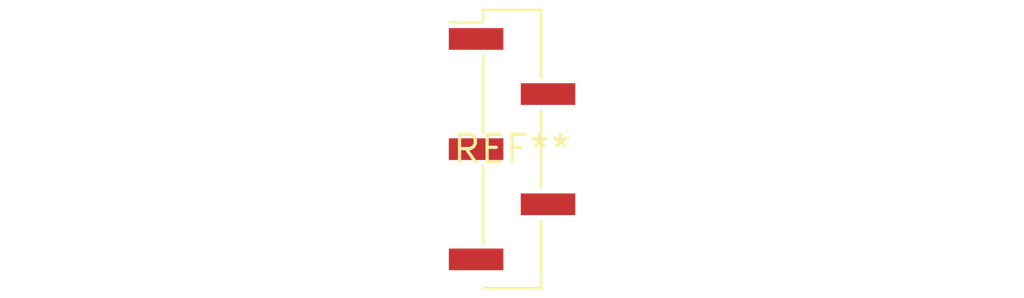
<source format=kicad_pcb>
(kicad_pcb (version 20240108) (generator pcbnew)
  (layers (0 "F.Cu" signal) (31 "B.Cu" signal) (34 "B.Paste" user) (35 "F.Paste" user) (36 "B.SilkS" user "B.Silkscreen") (37 "F.SilkS" user "F.Silkscreen") (38 "B.Mask" user) (39 "F.Mask" user) (44 "Edge.Cuts" user))
  (net 0 "")
  (footprint "PinHeader_1x05_P2.54mm_Vertical_SMD_Pin1Left" (layer "F.Cu") (at 0 0)
    (property "Reference" "REF**")
    (property "Value" "PinHeader_1x05_P2.54mm_Vertical_SMD_Pin1Left")
    (fp_line (start -1.33 -6.41) (end -1.33 -5.84) (layer "F.SilkS") (stroke (width 0.12)))
    (fp_line (start -1.33 -6.41) (end 1.33 -6.41) (layer "F.SilkS") (stroke (width 0.12)))
    (fp_line (start -1.33 -5.84) (end -2.85 -5.84) (layer "F.SilkS") (stroke (width 0.12)))
    (fp_line (start -1.33 -4.32) (end -1.33 -0.76) (layer "F.SilkS") (stroke (width 0.12)))
    (fp_line (start -1.33 0.76) (end -1.33 4.32) (layer "F.SilkS") (stroke (width 0.12)))
    (fp_line (start -1.33 6.41) (end 1.33 6.41) (layer "F.SilkS") (stroke (width 0.12)))
    (fp_line (start 1.33 -6.41) (end 1.33 -3.3) (layer "F.SilkS") (stroke (width 0.12)))
    (fp_line (start 1.33 -1.78) (end 1.33 1.78) (layer "F.SilkS") (stroke (width 0.12)))
    (fp_line (start 1.33 3.3) (end 1.33 6.41) (layer "F.SilkS") (stroke (width 0.12)))
    (fp_line (start 1.33 5.84) (end 1.33 6.41) (layer "F.SilkS") (stroke (width 0.12)))
    (pad "1" smd rect (at -1.655 -5.08) (size 2.51 1) (layers "F.Cu" "F.Paste" "F.Mask"))
    (pad "2" smd rect (at 1.655 -2.54) (size 2.51 1) (layers "F.Cu" "F.Paste" "F.Mask"))
    (pad "3" smd rect (at -1.655 0) (size 2.51 1) (layers "F.Cu" "F.Paste" "F.Mask"))
    (pad "4" smd rect (at 1.655 2.54) (size 2.51 1) (layers "F.Cu" "F.Paste" "F.Mask"))
    (pad "5" smd rect (at -1.655 5.08) (size 2.51 1) (layers "F.Cu" "F.Paste" "F.Mask"))
  )
)
</source>
